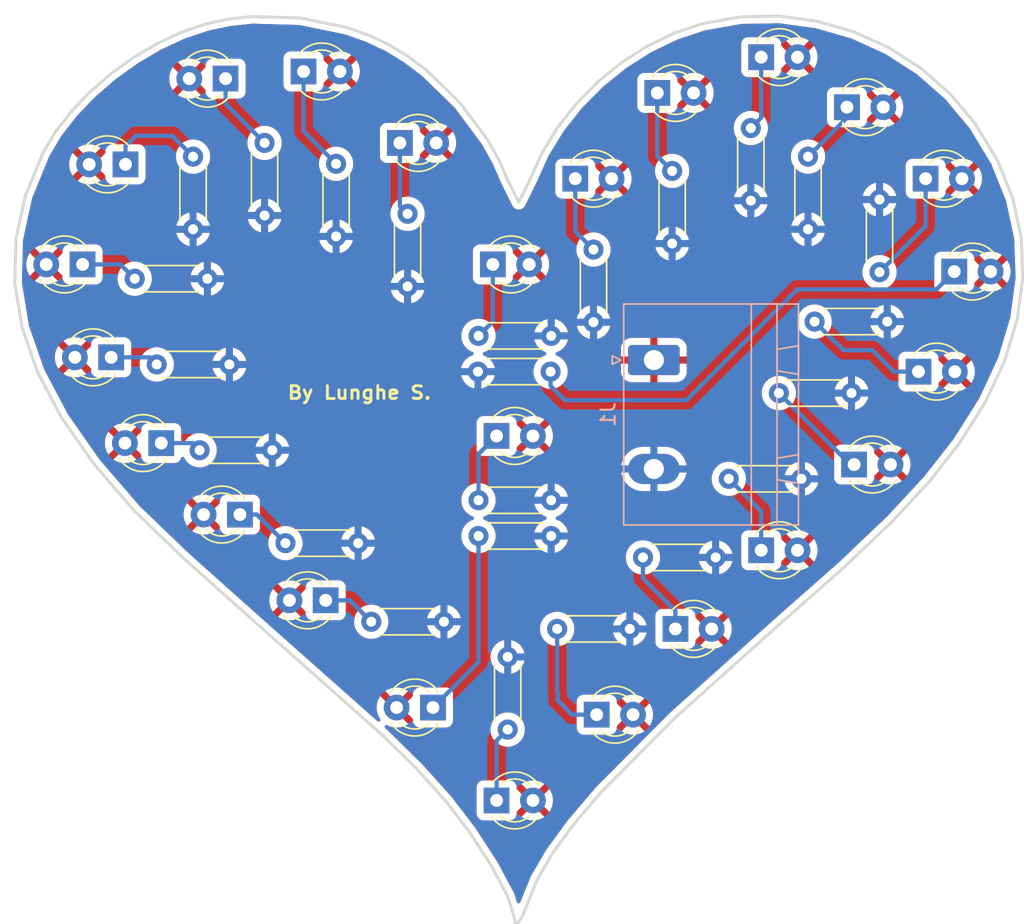
<source format=kicad_pcb>
(kicad_pcb (version 20240108) (generator "pcbnew") (generator_version "8.0")
  (layers (0 "F.Cu" signal) (31 "B.Cu" signal) (34 "B.Paste" user) (35 "F.Paste" user) (36 "B.SilkS" user "B.Silkscreen") (37 "F.SilkS" user "F.Silkscreen") (38 "B.Mask" user) (39 "F.Mask" user) (44 "Edge.Cuts" user))
  (net 0 "")
  (net 1 "VCC")
  (net 2 "Net-(D1-K)")
  (net 3 "Net-(D2-K)")
  (net 4 "Net-(D3-K)")
  (net 5 "Net-(D4-K)")
  (net 6 "Net-(D5-K)")
  (net 7 "Net-(D6-K)")
  (net 8 "Net-(D7-K)")
  (net 9 "Net-(D8-K)")
  (net 10 "Net-(D9-K)")
  (net 11 "Net-(D10-K)")
  (net 12 "Net-(D11-K)")
  (net 13 "Net-(D12-K)")
  (net 14 "Net-(D13-K)")
  (net 15 "Net-(D14-K)")
  (net 16 "Net-(D15-K)")
  (net 17 "Net-(D16-K)")
  (net 18 "Net-(D17-K)")
  (net 19 "Net-(D18-K)")
  (net 20 "Net-(D19-K)")
  (net 21 "Net-(D20-K)")
  (net 22 "Net-(D21-K)")
  (net 23 "Net-(D22-K)")
  (net 24 "Net-(D23-K)")
  (net 25 "Net-(D24-K)")
  (net 26 "GND")
  (footprint "LED_THT:LED_D3.0mm" (layer "F.Cu") (at 120.775 98.5 180)
    (property "Reference" "D7" (hide yes))
    (property "Value" "LED" (hide yes))
    (pad "1" thru_hole rect (at 0 0 180) (size 1.8 1.8) (drill 0.9) (layers "*.Cu" "*.Mask") (net 8 "Net-(D7-K)"))
    (pad "2" thru_hole circle (at 2.54 0 180) (size 1.8 1.8) (drill 0.9) (layers "*.Cu" "*.Mask") (net 1 "VCC"))
  )
  (footprint "LED_THT:LED_D3.0mm" (layer "F.Cu") (at 151.225 117.5)
    (property "Reference" "D13" (hide yes))
    (property "Value" "LED" (hide yes))
    (pad "1" thru_hole rect (at 0 0) (size 1.8 1.8) (drill 0.9) (layers "*.Cu" "*.Mask") (net 14 "Net-(D13-K)"))
    (pad "2" thru_hole circle (at 2.54 0) (size 1.8 1.8) (drill 0.9) (layers "*.Cu" "*.Mask") (net 1 "VCC"))
  )
  (footprint "Resistor_THT:R_Axial_DIN0204_L3.6mm_D1.6mm_P5.08mm_Horizontal" (layer "F.Cu") (at 156.5 79.46 -90)
    (property "Reference" "R22" (hide yes))
    (property "Value" "220R" (hide yes))
    (pad "1" thru_hole circle (at 0 0 270) (size 1.4 1.4) (drill 0.7) (layers "*.Cu" "*.Mask") (net 23 "Net-(D22-K)"))
    (pad "2" thru_hole oval (at 5.08 0 270) (size 1.4 1.4) (drill 0.7) (layers "*.Cu" "*.Mask") (net 26 "GND"))
  )
  (footprint "Resistor_THT:R_Axial_DIN0204_L3.6mm_D1.6mm_P5.08mm_Horizontal" (layer "F.Cu") (at 133 78.96 -90)
    (property "Reference" "R2" (hide yes))
    (property "Value" "220R" (hide yes))
    (pad "1" thru_hole circle (at 0 0 270) (size 1.4 1.4) (drill 0.7) (layers "*.Cu" "*.Mask") (net 3 "Net-(D2-K)"))
    (pad "2" thru_hole oval (at 5.08 0 270) (size 1.4 1.4) (drill 0.7) (layers "*.Cu" "*.Mask") (net 26 "GND"))
  )
  (footprint "LED_THT:LED_D3.0mm" (layer "F.Cu") (at 169.225 100)
    (property "Reference" "D16" (hide yes))
    (property "Value" "LED" (hide yes))
    (pad "1" thru_hole rect (at 0 0) (size 1.8 1.8) (drill 0.9) (layers "*.Cu" "*.Mask") (net 17 "Net-(D16-K)"))
    (pad "2" thru_hole circle (at 2.54 0) (size 1.8 1.8) (drill 0.9) (layers "*.Cu" "*.Mask") (net 1 "VCC"))
  )
  (footprint "Resistor_THT:R_Axial_DIN0204_L3.6mm_D1.6mm_P5.08mm_Horizontal" (layer "F.Cu") (at 154.46 106.5)
    (property "Reference" "R14" (hide yes))
    (property "Value" "220R" (hide yes))
    (pad "1" thru_hole circle (at 0 0) (size 1.4 1.4) (drill 0.7) (layers "*.Cu" "*.Mask") (net 15 "Net-(D14-K)"))
    (pad "2" thru_hole oval (at 5.08 0) (size 1.4 1.4) (drill 0.7) (layers "*.Cu" "*.Mask") (net 26 "GND"))
  )
  (footprint "LED_THT:LED_D3.0mm" (layer "F.Cu") (at 162.725 106)
    (property "Reference" "D15" (hide yes))
    (property "Value" "LED" (hide yes))
    (pad "1" thru_hole rect (at 0 0) (size 1.8 1.8) (drill 0.9) (layers "*.Cu" "*.Mask") (net 16 "Net-(D15-K)"))
    (pad "2" thru_hole circle (at 2.54 0) (size 1.8 1.8) (drill 0.9) (layers "*.Cu" "*.Mask") (net 1 "VCC"))
  )
  (footprint "Resistor_THT:R_Axial_DIN0204_L3.6mm_D1.6mm_P5.08mm_Horizontal" (layer "F.Cu") (at 138 82.46 -90)
    (property "Reference" "R1" (hide yes))
    (property "Value" "220R" (hide yes))
    (pad "1" thru_hole circle (at 0 0 270) (size 1.4 1.4) (drill 0.7) (layers "*.Cu" "*.Mask") (net 2 "Net-(D1-K)"))
    (pad "2" thru_hole oval (at 5.08 0 270) (size 1.4 1.4) (drill 0.7) (layers "*.Cu" "*.Mask") (net 26 "GND"))
  )
  (footprint "LED_THT:LED_D3.0mm" (layer "F.Cu") (at 130.725 72.5)
    (property "Reference" "D2" (hide yes))
    (property "Value" "LED" (hide yes))
    (pad "1" thru_hole rect (at 0 0) (size 1.8 1.8) (drill 0.9) (layers "*.Cu" "*.Mask") (net 3 "Net-(D2-K)"))
    (pad "2" thru_hole circle (at 2.54 0) (size 1.8 1.8) (drill 0.9) (layers "*.Cu" "*.Mask") (net 1 "VCC"))
  )
  (footprint "Resistor_THT:R_Axial_DIN0204_L3.6mm_D1.6mm_P5.08mm_Horizontal" (layer "F.Cu") (at 151 84.96 -90)
    (property "Reference" "R24" (hide yes))
    (property "Value" "220R" (hide yes))
    (pad "1" thru_hole circle (at 0 0 270) (size 1.4 1.4) (drill 0.7) (layers "*.Cu" "*.Mask") (net 25 "Net-(D24-K)"))
    (pad "2" thru_hole oval (at 5.08 0 270) (size 1.4 1.4) (drill 0.7) (layers "*.Cu" "*.Mask") (net 26 "GND"))
  )
  (footprint "Resistor_THT:R_Axial_DIN0204_L3.6mm_D1.6mm_P5.08mm_Horizontal" (layer "F.Cu") (at 166.46 90)
    (property "Reference" "R17" (hide yes))
    (property "Value" "220R" (hide yes))
    (pad "1" thru_hole circle (at 0 0) (size 1.4 1.4) (drill 0.7) (layers "*.Cu" "*.Mask") (net 18 "Net-(D17-K)"))
    (pad "2" thru_hole oval (at 5.08 0) (size 1.4 1.4) (drill 0.7) (layers "*.Cu" "*.Mask") (net 26 "GND"))
  )
  (footprint "LED_THT:LED_D3.0mm" (layer "F.Cu") (at 144.225 98)
    (property "Reference" "D12" (hide yes))
    (property "Value" "LED" (hide yes))
    (pad "1" thru_hole rect (at 0 0) (size 1.8 1.8) (drill 0.9) (layers "*.Cu" "*.Mask") (net 13 "Net-(D12-K)"))
    (pad "2" thru_hole circle (at 2.54 0) (size 1.8 1.8) (drill 0.9) (layers "*.Cu" "*.Mask") (net 1 "VCC"))
  )
  (footprint "LED_THT:LED_D3.0mm" (layer "F.Cu") (at 156.725 111.5)
    (property "Reference" "D14" (hide yes))
    (property "Value" "LED" (hide yes))
    (pad "1" thru_hole rect (at 0 0) (size 1.8 1.8) (drill 0.9) (layers "*.Cu" "*.Mask") (net 15 "Net-(D14-K)"))
    (pad "2" thru_hole circle (at 2.54 0) (size 1.8 1.8) (drill 0.9) (layers "*.Cu" "*.Mask") (net 1 "VCC"))
  )
  (footprint "LED_THT:LED_D3.0mm" (layer "F.Cu") (at 117.275 92.5 180)
    (property "Reference" "D6" (hide yes))
    (property "Value" "LED" (hide yes))
    (pad "1" thru_hole rect (at 0 0 180) (size 1.8 1.8) (drill 0.9) (layers "*.Cu" "*.Mask") (net 7 "Net-(D6-K)"))
    (pad "2" thru_hole circle (at 2.54 0 180) (size 1.8 1.8) (drill 0.9) (layers "*.Cu" "*.Mask") (net 1 "VCC"))
  )
  (footprint "Resistor_THT:R_Axial_DIN0204_L3.6mm_D1.6mm_P5.08mm_Horizontal" (layer "F.Cu") (at 135.46 111)
    (property "Reference" "R9" (hide yes))
    (property "Value" "220R" (hide yes))
    (pad "1" thru_hole circle (at 0 0) (size 1.4 1.4) (drill 0.7) (layers "*.Cu" "*.Mask") (net 10 "Net-(D9-K)"))
    (pad "2" thru_hole oval (at 5.08 0) (size 1.4 1.4) (drill 0.7) (layers "*.Cu" "*.Mask") (net 26 "GND"))
  )
  (footprint "Resistor_THT:R_Axial_DIN0204_L3.6mm_D1.6mm_P5.08mm_Horizontal" (layer "F.Cu") (at 142.96 105)
    (property "Reference" "R10" (hide yes))
    (property "Value" "220R" (hide yes))
    (pad "1" thru_hole circle (at 0 0) (size 1.4 1.4) (drill 0.7) (layers "*.Cu" "*.Mask") (net 11 "Net-(D10-K)"))
    (pad "2" thru_hole oval (at 5.08 0) (size 1.4 1.4) (drill 0.7) (layers "*.Cu" "*.Mask") (net 26 "GND"))
  )
  (footprint "LED_THT:LED_D3.0mm" (layer "F.Cu") (at 132.275 109.5 180)
    (property "Reference" "D9" (hide yes))
    (property "Value" "LED" (hide yes))
    (pad "1" thru_hole rect (at 0 0 180) (size 1.8 1.8) (drill 0.9) (layers "*.Cu" "*.Mask") (net 10 "Net-(D9-K)"))
    (pad "2" thru_hole circle (at 2.54 0 180) (size 1.8 1.8) (drill 0.9) (layers "*.Cu" "*.Mask") (net 1 "VCC"))
  )
  (footprint "LED_THT:LED_D3.0mm" (layer "F.Cu") (at 139.775 117 180)
    (property "Reference" "D10" (hide yes))
    (property "Value" "LED" (hide yes))
    (pad "1" thru_hole rect (at 0 0 180) (size 1.8 1.8) (drill 0.9) (layers "*.Cu" "*.Mask") (net 11 "Net-(D10-K)"))
    (pad "2" thru_hole circle (at 2.54 0 180) (size 1.8 1.8) (drill 0.9) (layers "*.Cu" "*.Mask") (net 1 "VCC"))
  )
  (footprint "LED_THT:LED_D3.0mm" (layer "F.Cu") (at 118.275 79 180)
    (property "Reference" "D4" (hide yes))
    (property "Value" "LED" (hide yes))
    (pad "1" thru_hole rect (at 0 0 180) (size 1.8 1.8) (drill 0.9) (layers "*.Cu" "*.Mask") (net 5 "Net-(D4-K)"))
    (pad "2" thru_hole circle (at 2.54 0 180) (size 1.8 1.8) (drill 0.9) (layers "*.Cu" "*.Mask") (net 1 "VCC"))
  )
  (footprint "Resistor_THT:R_Axial_DIN0204_L3.6mm_D1.6mm_P5.08mm_Horizontal" (layer "F.Cu") (at 163.96 95)
    (property "Reference" "R16" (hide yes))
    (property "Value" "220R" (hide yes))
    (pad "1" thru_hole circle (at 0 0) (size 1.4 1.4) (drill 0.7) (layers "*.Cu" "*.Mask") (net 17 "Net-(D16-K)"))
    (pad "2" thru_hole oval (at 5.08 0) (size 1.4 1.4) (drill 0.7) (layers "*.Cu" "*.Mask") (net 26 "GND"))
  )
  (footprint "LED_THT:LED_D3.0mm" (layer "F.Cu") (at 144.225 123.5)
    (property "Reference" "D11" (hide yes))
    (property "Value" "LED" (hide yes))
    (pad "1" thru_hole rect (at 0 0) (size 1.8 1.8) (drill 0.9) (layers "*.Cu" "*.Mask") (net 12 "Net-(D11-K)"))
    (pad "2" thru_hole circle (at 2.54 0) (size 1.8 1.8) (drill 0.9) (layers "*.Cu" "*.Mask") (net 1 "VCC"))
  )
  (footprint "LED_THT:LED_D3.0mm" (layer "F.Cu") (at 115.275 86 180)
    (property "Reference" "D5" (hide yes))
    (property "Value" "LED" (hide yes))
    (pad "1" thru_hole rect (at 0 0 180) (size 1.8 1.8) (drill 0.9) (layers "*.Cu" "*.Mask") (net 6 "Net-(D5-K)"))
    (pad "2" thru_hole circle (at 2.54 0 180) (size 1.8 1.8) (drill 0.9) (layers "*.Cu" "*.Mask") (net 1 "VCC"))
  )
  (footprint "Resistor_THT:R_Axial_DIN0204_L3.6mm_D1.6mm_P5.08mm_Horizontal" (layer "F.Cu") (at 142.96 102.5)
    (property "Reference" "R12" (hide yes))
    (property "Value" "220R" (hide yes))
    (pad "1" thru_hole circle (at 0 0) (size 1.4 1.4) (drill 0.7) (layers "*.Cu" "*.Mask") (net 13 "Net-(D12-K)"))
    (pad "2" thru_hole oval (at 5.08 0) (size 1.4 1.4) (drill 0.7) (layers "*.Cu" "*.Mask") (net 26 "GND"))
  )
  (footprint "LED_THT:LED_D3.0mm" (layer "F.Cu") (at 174.225 80)
    (property "Reference" "D19" (hide yes))
    (property "Value" "LED" (hide yes))
    (pad "1" thru_hole rect (at 0 0) (size 1.8 1.8) (drill 0.9) (layers "*.Cu" "*.Mask") (net 20 "Net-(D19-K)"))
    (pad "2" thru_hole circle (at 2.54 0) (size 1.8 1.8) (drill 0.9) (layers "*.Cu" "*.Mask") (net 1 "VCC"))
  )
  (footprint "Resistor_THT:R_Axial_DIN0204_L3.6mm_D1.6mm_P5.08mm_Horizontal" (layer "F.Cu") (at 118.92 87)
    (property "Reference" "R5" (hide yes))
    (property "Value" "220R" (hide yes))
    (pad "1" thru_hole circle (at 0 0) (size 1.4 1.4) (drill 0.7) (layers "*.Cu" "*.Mask") (net 6 "Net-(D5-K)"))
    (pad "2" thru_hole oval (at 5.08 0) (size 1.4 1.4) (drill 0.7) (layers "*.Cu" "*.Mask") (net 26 "GND"))
  )
  (footprint "Resistor_THT:R_Axial_DIN0204_L3.6mm_D1.6mm_P5.08mm_Horizontal" (layer "F.Cu") (at 128 77.5 -90)
    (property "Reference" "R3" (hide yes))
    (property "Value" "220R" (hide yes))
    (pad "1" thru_hole circle (at 0 0 270) (size 1.4 1.4) (drill 0.7) (layers "*.Cu" "*.Mask") (net 4 "Net-(D3-K)"))
    (pad "2" thru_hole oval (at 5.08 0 270) (size 1.4 1.4) (drill 0.7) (layers "*.Cu" "*.Mask") (net 26 "GND"))
  )
  (footprint "Resistor_THT:R_Axial_DIN0204_L3.6mm_D1.6mm_P5.08mm_Horizontal" (layer "F.Cu") (at 166 78.46 -90)
    (property "Reference" "R20" (hide yes))
    (property "Value" "220R" (hide yes))
    (pad "1" thru_hole circle (at 0 0 270) (size 1.4 1.4) (drill 0.7) (layers "*.Cu" "*.Mask") (net 21 "Net-(D20-K)"))
    (pad "2" thru_hole oval (at 5.08 0 270) (size 1.4 1.4) (drill 0.7) (layers "*.Cu" "*.Mask") (net 26 "GND"))
  )
  (footprint "Resistor_THT:R_Axial_DIN0204_L3.6mm_D1.6mm_P5.08mm_Horizontal" (layer "F.Cu") (at 142.96 91)
    (property "Reference" "R23" (hide yes))
    (property "Value" "220R" (hide yes))
    (pad "1" thru_hole circle (at 0 0) (size 1.4 1.4) (drill 0.7) (layers "*.Cu" "*.Mask") (net 24 "Net-(D23-K)"))
    (pad "2" thru_hole oval (at 5.08 0) (size 1.4 1.4) (drill 0.7) (layers "*.Cu" "*.Mask") (net 26 "GND"))
  )
  (footprint "Resistor_THT:R_Axial_DIN0204_L3.6mm_D1.6mm_P5.08mm_Horizontal" (layer "F.Cu") (at 123 78.46 -90)
    (property "Reference" "R4" (hide yes))
    (property "Value" "220R" (hide yes))
    (pad "1" thru_hole circle (at 0 0 270) (size 1.4 1.4) (drill 0.7) (layers "*.Cu" "*.Mask") (net 5 "Net-(D4-K)"))
    (pad "2" thru_hole oval (at 5.08 0 270) (size 1.4 1.4) (drill 0.7) (layers "*.Cu" "*.Mask") (net 26 "GND"))
  )
  (footprint "LED_THT:LED_D3.0mm" (layer "F.Cu") (at 168.725 75)
    (property "Reference" "D20" (hide yes))
    (property "Value" "LED" (hide yes))
    (pad "1" thru_hole rect (at 0 0) (size 1.8 1.8) (drill 0.9) (layers "*.Cu" "*.Mask") (net 21 "Net-(D20-K)"))
    (pad "2" thru_hole circle (at 2.54 0) (size 1.8 1.8) (drill 0.9) (layers "*.Cu" "*.Mask") (net 1 "VCC"))
  )
  (footprint "Resistor_THT:R_Axial_DIN0204_L3.6mm_D1.6mm_P5.08mm_Horizontal" (layer "F.Cu") (at 148.46 111.5)
    (property "Reference" "R13" (hide yes))
    (property "Value" "220R" (hide yes))
    (pad "1" thru_hole circle (at 0 0) (size 1.4 1.4) (drill 0.7) (layers "*.Cu" "*.Mask") (net 14 "Net-(D13-K)"))
    (pad "2" thru_hole oval (at 5.08 0) (size 1.4 1.4) (drill 0.7) (layers "*.Cu" "*.Mask") (net 26 "GND"))
  )
  (footprint "LED_THT:LED_D3.0mm" (layer "F.Cu") (at 176.225 86.5)
    (property "Reference" "D18" (hide yes))
    (property "Value" "LED" (hide yes))
    (pad "1" thru_hole rect (at 0 0) (size 1.8 1.8) (drill 0.9) (layers "*.Cu" "*.Mask") (net 19 "Net-(D18-K)"))
    (pad "2" thru_hole circle (at 2.54 0) (size 1.8 1.8) (drill 0.9) (layers "*.Cu" "*.Mask") (net 1 "VCC"))
  )
  (footprint "Resistor_THT:R_Axial_DIN0204_L3.6mm_D1.6mm_P5.08mm_Horizontal" (layer "F.Cu") (at 129.46 105.5)
    (property "Reference" "R8" (hide yes))
    (property "Value" "220R" (hide yes))
    (pad "1" thru_hole circle (at 0 0) (size 1.4 1.4) (drill 0.7) (layers "*.Cu" "*.Mask") (net 9 "Net-(D8-K)"))
    (pad "2" thru_hole oval (at 5.08 0) (size 1.4 1.4) (drill 0.7) (layers "*.Cu" "*.Mask") (net 26 "GND"))
  )
  (footprint "LED_THT:LED_D3.0mm" (layer "F.Cu") (at 173.725 93.5)
    (property "Reference" "D17" (hide yes))
    (property "Value" "LED" (hide yes))
    (pad "1" thru_hole rect (at 0 0) (size 1.8 1.8) (drill 0.9) (layers "*.Cu" "*.Mask") (net 18 "Net-(D17-K)"))
    (pad "2" thru_hole circle (at 2.54 0) (size 1.8 1.8) (drill 0.9) (layers "*.Cu" "*.Mask") (net 1 "VCC"))
  )
  (footprint "LED_THT:LED_D3.0mm" (layer "F.Cu") (at 155.46 74)
    (property "Reference" "D22" (hide yes))
    (property "Value" "LED" (hide yes))
    (pad "1" thru_hole rect (at 0 0) (size 1.8 1.8) (drill 0.9) (layers "*.Cu" "*.Mask") (net 23 "Net-(D22-K)"))
    (pad "2" thru_hole circle (at 2.54 0) (size 1.8 1.8) (drill 0.9) (layers "*.Cu" "*.Mask") (net 1 "VCC"))
  )
  (footprint "Resistor_THT:R_Axial_DIN0204_L3.6mm_D1.6mm_P5.08mm_Horizontal" (layer "F.Cu") (at 148 93.5 180)
    (property "Reference" "R18" (hide yes))
    (property "Value" "220R" (hide yes))
    (pad "1" thru_hole circle (at 0 0 180) (size 1.4 1.4) (drill 0.7) (layers "*.Cu" "*.Mask") (net 19 "Net-(D18-K)"))
    (pad "2" thru_hole oval (at 5.08 0 180) (size 1.4 1.4) (drill 0.7) (layers "*.Cu" "*.Mask") (net 26 "GND"))
  )
  (footprint "Resistor_THT:R_Axial_DIN0204_L3.6mm_D1.6mm_P5.08mm_Horizontal" (layer "F.Cu") (at 171 86.54 90)
    (property "Reference" "R19" (hide yes))
    (property "Value" "220R" (hide yes))
    (pad "1" thru_hole circle (at 0 0 90) (size 1.4 1.4) (drill 0.7) (layers "*.Cu" "*.Mask") (net 20 "Net-(D19-K)"))
    (pad "2" thru_hole oval (at 5.08 0 90) (size 1.4 1.4) (drill 0.7) (layers "*.Cu" "*.Mask") (net 26 "GND"))
  )
  (footprint "Resistor_THT:R_Axial_DIN0204_L3.6mm_D1.6mm_P5.08mm_Horizontal" (layer "F.Cu") (at 145 118.54 90)
    (property "Reference" "R11" (hide yes))
    (property "Value" "220R" (hide yes))
    (pad "1" thru_hole circle (at 0 0 90) (size 1.4 1.4) (drill 0.7) (layers "*.Cu" "*.Mask") (net 12 "Net-(D11-K)"))
    (pad "2" thru_hole oval (at 5.08 0 90) (size 1.4 1.4) (drill 0.7) (layers "*.Cu" "*.Mask") (net 26 "GND"))
  )
  (footprint "LED_THT:LED_D3.0mm" (layer "F.Cu") (at 149.725 80)
    (property "Reference" "D24" (hide yes))
    (property "Value" "LED" (hide yes))
    (pad "1" thru_hole rect (at 0 0) (size 1.8 1.8) (drill 0.9) (layers "*.Cu" "*.Mask") (net 25 "Net-(D24-K)"))
    (pad "2" thru_hole circle (at 2.54 0) (size 1.8 1.8) (drill 0.9) (layers "*.Cu" "*.Mask") (net 1 "VCC"))
  )
  (footprint "Resistor_THT:R_Axial_DIN0204_L3.6mm_D1.6mm_P5.08mm_Horizontal" (layer "F.Cu") (at 162 76.46 -90)
    (property "Reference" "R21" (hide yes))
    (property "Value" "220R" (hide yes))
    (pad "1" thru_hole circle (at 0 0 270) (size 1.4 1.4) (drill 0.7) (layers "*.Cu" "*.Mask") (net 22 "Net-(D21-K)"))
    (pad "2" thru_hole oval (at 5.08 0 270) (size 1.4 1.4) (drill 0.7) (layers "*.Cu" "*.Mask") (net 26 "GND"))
  )
  (footprint "LED_THT:LED_D3.0mm" (layer "F.Cu") (at 137.46 77.5)
    (property "Reference" "D1" (hide yes))
    (property "Value" "LED" (hide yes))
    (pad "1" thru_hole rect (at 0 0) (size 1.8 1.8) (drill 0.9) (layers "*.Cu" "*.Mask") (net 2 "Net-(D1-K)"))
    (pad "2" thru_hole circle (at 2.54 0) (size 1.8 1.8) (drill 0.9) (layers "*.Cu" "*.Mask") (net 1 "VCC"))
  )
  (footprint "Resistor_THT:R_Axial_DIN0204_L3.6mm_D1.6mm_P5.08mm_Horizontal" (layer "F.Cu") (at 120.46 93)
    (property "Reference" "R6" (hide yes))
    (property "Value" "220R" (hide yes))
    (pad "1" thru_hole circle (at 0 0) (size 1.4 1.4) (drill 0.7) (layers "*.Cu" "*.Mask") (net 7 "Net-(D6-K)"))
    (pad "2" thru_hole oval (at 5.08 0) (size 1.4 1.4) (drill 0.7) (layers "*.Cu" "*.Mask") (net 26 "GND"))
  )
  (footprint "LED_THT:LED_D3.0mm" (layer "F.Cu") (at 143.96 86)
    (property "Reference" "D23" (hide yes))
    (property "Value" "LED" (hide yes))
    (pad "1" thru_hole rect (at 0 0) (size 1.8 1.8) (drill 0.9) (layers "*.Cu" "*.Mask") (net 24 "Net-(D23-K)"))
    (pad "2" thru_hole circle (at 2.54 0) (size 1.8 1.8) (drill 0.9) (layers "*.Cu" "*.Mask") (net 1 "VCC"))
  )
  (footprint "Resistor_THT:R_Axial_DIN0204_L3.6mm_D1.6mm_P5.08mm_Horizontal" (layer "F.Cu") (at 160.46 101)
    (property "Reference" "R15" (hide yes))
    (property "Value" "220R" (hide yes))
    (pad "1" thru_hole circle (at 0 0) (size 1.4 1.4) (drill 0.7) (layers "*.Cu" "*.Mask") (net 16 "Net-(D15-K)"))
    (pad "2" thru_hole oval (at 5.08 0) (size 1.4 1.4) (drill 0.7) (layers "*.Cu" "*.Mask") (net 26 "GND"))
  )
  (footprint "LED_THT:LED_D3.0mm" (layer "F.Cu") (at 126.275 103.5 180)
    (property "Reference" "D8" (hide yes))
    (property "Value" "LED" (hide yes))
    (pad "1" thru_hole rect (at 0 0 180) (size 1.8 1.8) (drill 0.9) (layers "*.Cu" "*.Mask") (net 9 "Net-(D8-K)"))
    (pad "2" thru_hole circle (at 2.54 0 180) (size 1.8 1.8) (drill 0.9) (layers "*.Cu" "*.Mask") (net 1 "VCC"))
  )
  (footprint "Resistor_THT:R_Axial_DIN0204_L3.6mm_D1.6mm_P5.08mm_Horizontal" (layer "F.Cu") (at 123.46 99)
    (property "Reference" "R7" (hide yes))
    (property "Value" "220R" (hide yes))
    (pad "1" thru_hole circle (at 0 0) (size 1.4 1.4) (drill 0.7) (layers "*.Cu" "*.Mask") (net 8 "Net-(D7-K)"))
    (pad "2" thru_hole oval (at 5.08 0) (size 1.4 1.4) (drill 0.7) (layers "*.Cu" "*.Mask") (net 26 "GND"))
  )
  (footprint "LED_THT:LED_D3.0mm" (layer "F.Cu") (at 162.725 71.5)
    (property "Reference" "D21" (hide yes))
    (property "Value" "LED" (hide yes))
    (pad "1" thru_hole rect (at 0 0) (size 1.8 1.8) (drill 0.9) (layers "*.Cu" "*.Mask") (net 22 "Net-(D21-K)"))
    (pad "2" thru_hole circle (at 2.54 0) (size 1.8 1.8) (drill 0.9) (layers "*.Cu" "*.Mask") (net 1 "VCC"))
  )
  (footprint "LED_THT:LED_D3.0mm" (layer "F.Cu") (at 125.275 73 180)
    (property "Reference" "D3" (hide yes))
    (property "Value" "LED" (hide yes))
    (pad "1" thru_hole rect (at 0 0 180) (size 1.8 1.8) (drill 0.9) (layers "*.Cu" "*.Mask") (net 4 "Net-(D3-K)"))
    (pad "2" thru_hole circle (at 2.54 0 180) (size 1.8 1.8) (drill 0.9) (layers "*.Cu" "*.Mask") (net 1 "VCC"))
  )
  (footprint "Connector_Phoenix_GMSTB:PhoenixContact_GMSTBA_2,5_2-G-7,62_1x02_P7.62mm_Horizontal" (layer "B.Cu") (at 155.2225 92.69 -90)
    (property "Reference" "J1" (at 3.81 3.2 90) (layer "B.SilkS") (effects (justify mirror)))
    (property "Value" "Conn_01x02_Pin" (hide yes))
    (pad "1" thru_hole roundrect (at 0 0 270) (size 2.1 3.6) (drill 1.4) (layers "*.Cu" "*.Mask") (roundrect_rratio 0.119048) (net 1 "VCC"))
    (pad "2" thru_hole oval (at 7.62 0 270) (size 2.1 3.6) (drill 1.4) (layers "*.Cu" "*.Mask") (net 26 "GND"))
  )
  (gr_line (start 156.692006 69.799657) (end 154.793899 70.711803) (stroke (width 0.2)) (layer "Edge.Cuts"))
  (gr_line (start 171.917798 103.953274) (end 174.523907 101.14256) (stroke (width 0.2)) (layer "Edge.Cuts"))
  (gr_line (start 177.701285 76.171213) (end 175.943035 74.073891) (stroke (width 0.2)) (layer "Edge.Cuts"))
  (gr_line (start 113.3786 76.726254) (end 112.502972 78.195806) (stroke (width 0.2)) (layer "Edge.Cuts"))
  (gr_line (start 146.411993 130.635197) (end 147.081075 129.001905) (stroke (width 0.2)) (layer "Edge.Cuts"))
  (gr_line (start 133.761512 69.425017) (end 130.48411 68.753526) (stroke (width 0.2)) (layer "Edge.Cuts"))
  (gr_line (start 149.825133 74.71566) (end 148.509093 76.383911) (stroke (width 0.2)) (layer "Edge.Cuts"))
  (gr_line (start 166.639328 68.984457) (end 163.992966 68.628301) (stroke (width 0.2)) (layer "Edge.Cuts"))
  (gr_line (start 144.982625 130.17615) (end 145.420334 131.536545) (stroke (width 0.2)) (layer "Edge.Cuts"))
  (gr_line (start 118.927765 103.281144) (end 122.433716 106.645014) (stroke (width 0.2)) (layer "Edge.Cuts"))
  (gr_line (start 156.688681 117.730104) (end 163.941179 111.233113) (stroke (width 0.2)) (layer "Edge.Cuts"))
  (gr_line (start 141.672641 74.702025) (end 139.317677 72.413008) (stroke (width 0.2)) (layer "Edge.Cuts"))
  (gr_line (start 148.509093 76.383911) (end 147.412343 78.174556) (stroke (width 0.2)) (layer "Edge.Cuts"))
  (gr_line (start 158.661856 69.14317) (end 156.692006 69.799657) (stroke (width 0.2)) (layer "Edge.Cuts"))
  (gr_line (start 149.593395 125.200896) (end 151.488821 122.975417) (stroke (width 0.2)) (layer "Edge.Cuts"))
  (gr_line (start 179.768062 92.693576) (end 180.632591 89.809455) (stroke (width 0.2)) (layer "Edge.Cuts"))
  (gr_line (start 145.420334 131.536545) (end 145.51059 132.048371) (stroke (width 0.2)) (layer "Edge.Cuts"))
  (gr_line (start 114.489051 75.293413) (end 113.3786 76.726254) (stroke (width 0.2)) (layer "Edge.Cuts"))
  (gr_line (start 143.617302 77.315884) (end 141.672641 74.702025) (stroke (width 0.2)) (layer "Edge.Cuts"))
  (gr_line (start 178.421702 95.594308) (end 179.768062 92.693576) (stroke (width 0.2)) (layer "Edge.Cuts"))
  (gr_line (start 116.06959 99.964479) (end 118.927765 103.281144) (stroke (width 0.2)) (layer "Edge.Cuts"))
  (gr_line (start 168.486652 107.219734) (end 171.917798 103.953274) (stroke (width 0.2)) (layer "Edge.Cuts"))
  (gr_line (start 147.412343 78.174556) (end 146.564393 80.060943) (stroke (width 0.2)) (layer "Edge.Cuts"))
  (gr_line (start 127.130311 68.655917) (end 125.499847 68.831041) (stroke (width 0.2)) (layer "Edge.Cuts"))
  (gr_line (start 154.793899 70.711803) (end 152.997045 71.852953) (stroke (width 0.2)) (layer "Edge.Cuts"))
  (gr_line (start 146.062974 131.546169) (end 146.411993 130.635197) (stroke (width 0.2)) (layer "Edge.Cuts"))
  (gr_line (start 138.039403 71.450829) (end 136.72224 70.642476) (stroke (width 0.2)) (layer "Edge.Cuts"))
  (gr_line (start 145.773112 81.655147) (end 144.981831 80.060943) (stroke (width 0.2)) (layer "Edge.Cuts"))
  (gr_line (start 127.595167 111.256396) (end 136.261644 118.95141) (stroke (width 0.2)) (layer "Edge.Cuts"))
  (gr_line (start 122.433716 106.645014) (end 127.595167 111.256396) (stroke (width 0.2)) (layer "Edge.Cuts"))
  (gr_line (start 148.132844 127.200099) (end 149.593395 125.200896) (stroke (width 0.2)) (layer "Edge.Cuts"))
  (gr_line (start 181.014532 86.95718) (end 180.913128 84.151984) (stroke (width 0.2)) (layer "Edge.Cuts"))
  (gr_line (start 112.502972 78.195806) (end 111.268156 81.217642) (stroke (width 0.2)) (layer "Edge.Cuts"))
  (gr_line (start 163.992966 68.628301) (end 161.317326 68.675123) (stroke (width 0.2)) (layer "Edge.Cuts"))
  (gr_line (start 130.48411 68.753526) (end 127.130311 68.655917) (stroke (width 0.2)) (layer "Edge.Cuts"))
  (gr_line (start 180.632591 89.809455) (end 181.014532 86.95718) (stroke (width 0.2)) (layer "Edge.Cuts"))
  (gr_line (start 180.327623 81.409101) (end 179.257261 78.743766) (stroke (width 0.2)) (layer "Edge.Cuts"))
  (gr_line (start 169.206964 69.725342) (end 166.639328 68.984457) (stroke (width 0.2)) (layer "Edge.Cuts"))
  (gr_line (start 111.268156 81.217642) (end 110.610698 84.252811) (stroke (width 0.2)) (layer "Edge.Cuts"))
  (gr_line (start 173.908265 72.288307) (end 171.646426 70.832708) (stroke (width 0.2)) (layer "Edge.Cuts"))
  (gr_line (start 135.296477 69.967245) (end 133.761512 69.425017) (stroke (width 0.2)) (layer "Edge.Cuts"))
  (gr_line (start 144.981831 80.060943) (end 144.382697 78.684116) (stroke (width 0.2)) (layer "Edge.Cuts"))
  (gr_line (start 139.317677 72.413008) (end 138.039403 71.450829) (stroke (width 0.2)) (layer "Edge.Cuts"))
  (gr_line (start 145.743655 132.034403) (end 146.062974 131.546169) (stroke (width 0.2)) (layer "Edge.Cuts"))
  (gr_line (start 163.941179 111.233113) (end 168.486652 107.219734) (stroke (width 0.2)) (layer "Edge.Cuts"))
  (gr_line (start 115.796063 73.927512) (end 114.489051 75.293413) (stroke (width 0.2)) (layer "Edge.Cuts"))
  (gr_line (start 179.257261 78.743766) (end 177.701285 76.171213) (stroke (width 0.2)) (layer "Edge.Cuts"))
  (gr_line (start 113.803482 96.718718) (end 116.06959 99.964479) (stroke (width 0.2)) (layer "Edge.Cuts"))
  (gr_line (start 125.499847 68.831041) (end 123.940387 69.160103) (stroke (width 0.2)) (layer "Edge.Cuts"))
  (gr_line (start 176.594268 98.496416) (end 178.421702 95.594308) (stroke (width 0.2)) (layer "Edge.Cuts"))
  (gr_line (start 151.330953 73.196457) (end 149.825133 74.71566) (stroke (width 0.2)) (layer "Edge.Cuts"))
  (gr_line (start 136.72224 70.642476) (end 135.296477 69.967245) (stroke (width 0.2)) (layer "Edge.Cuts"))
  (gr_line (start 136.261644 118.95141) (end 138.687582 121.345114) (stroke (width 0.2)) (layer "Edge.Cuts"))
  (gr_line (start 151.488821 122.975417) (end 156.688681 117.730104) (stroke (width 0.2)) (layer "Edge.Cuts"))
  (gr_line (start 152.997045 71.852953) (end 151.330953 73.196457) (stroke (width 0.2)) (layer "Edge.Cuts"))
  (gr_line (start 140.676528 123.554237) (end 142.328279 125.709771) (stroke (width 0.2)) (layer "Edge.Cuts"))
  (gr_line (start 143.857792 128.075484) (end 144.982625 130.17615) (stroke (width 0.2)) (layer "Edge.Cuts"))
  (gr_line (start 112.126991 93.534266) (end 113.803482 96.718718) (stroke (width 0.2)) (layer "Edge.Cuts"))
  (gr_line (start 138.687582 121.345114) (end 140.676528 123.554237) (stroke (width 0.2)) (layer "Edge.Cuts"))
  (gr_line (start 146.564393 80.060943) (end 145.773112 81.655147) (stroke (width 0.2)) (layer "Edge.Cuts"))
  (gr_line (start 110.610698 84.252811) (end 110.53305 87.310908) (stroke (width 0.2)) (layer "Edge.Cuts"))
  (gr_line (start 118.846723 71.517443) (end 117.261374 72.658779) (stroke (width 0.2)) (layer "Edge.Cuts"))
  (gr_line (start 175.943035 74.073891) (end 173.908265 72.288307) (stroke (width 0.2)) (layer "Edge.Cuts"))
  (gr_line (start 122.224491 69.737876) (end 120.513849 70.533732) (stroke (width 0.2)) (layer "Edge.Cuts"))
  (gr_line (start 111.037664 90.401528) (end 112.126991 93.534266) (stroke (width 0.2)) (layer "Edge.Cuts"))
  (gr_line (start 147.081075 129.001905) (end 148.132844 127.200099) (stroke (width 0.2)) (layer "Edge.Cuts"))
  (gr_line (start 123.940387 69.160103) (end 122.224491 69.737876) (stroke (width 0.2)) (layer "Edge.Cuts"))
  (gr_line (start 110.53305 87.310908) (end 111.037664 90.401528) (stroke (width 0.2)) (layer "Edge.Cuts"))
  (gr_line (start 161.317326 68.675123) (end 158.661856 69.14317) (stroke (width 0.2)) (layer "Edge.Cuts"))
  (gr_line (start 142.328279 125.709771) (end 143.857792 128.075484) (stroke (width 0.2)) (layer "Edge.Cuts"))
  (gr_line (start 174.523907 101.14256) (end 176.594268 98.496416) (stroke (width 0.2)) (layer "Edge.Cuts"))
  (gr_line (start 120.513849 70.533732) (end 118.846723 71.517443) (stroke (width 0.2)) (layer "Edge.Cuts"))
  (gr_line (start 180.913128 84.151984) (end 180.327623 81.409101) (stroke (width 0.2)) (layer "Edge.Cuts"))
  (gr_line (start 145.51059 132.048371) (end 145.743655 132.034403) (stroke (width 0.2)) (layer "Edge.Cuts"))
  (gr_line (start 117.261374 72.658779) (end 115.796063 73.927512) (stroke (width 0.2)) (layer "Edge.Cuts"))
  (gr_line (start 171.646426 70.832708) (end 169.206964 69.725342) (stroke (width 0.2)) (layer "Edge.Cuts"))
  (gr_line (start 144.382697 78.684116) (end 143.617302 77.315884) (stroke (width 0.2)) (layer "Edge.Cuts"))
  (gr_text "By Lunghe S." (at 129.5 95.5 0) (layer "F.SilkS") (effects (font (size 0.9 1) (thickness 0.2) (bold yes)) (justify left bottom)))
  (segment (start 137.46 77.5) (end 137.46 81.92) (width 0.3) (layer "B.Cu") (net 2))
  (segment (start 137.46 81.92) (end 138 82.46) (width 0.3) (layer "B.Cu") (net 2))
  (segment (start 130.725 76.685) (end 133 78.96) (width 0.3) (layer "B.Cu") (net 3))
  (segment (start 130.725 72.5) (end 130.725 76.685) (width 0.3) (layer "B.Cu") (net 3))
  (segment (start 125.275 73) (end 125.275 74.775) (width 0.3) (layer "B.Cu") (net 4))
  (segment (start 125.275 74.775) (end 128 77.5) (width 0.3) (layer "B.Cu") (net 4))
  (segment (start 121.54 77) (end 123 78.46) (width 0.3) (layer "B.Cu") (net 5))
  (segment (start 118.275 77.725) (end 119 77) (width 0.3) (layer "B.Cu") (net 5))
  (segment (start 118.275 79) (end 118.275 77.725) (width 0.3) (layer "B.Cu") (net 5))
  (segment (start 119 77) (end 121.54 77) (width 0.3) (layer "B.Cu") (net 5))
  (segment (start 115.275 86) (end 117.92 86) (width 0.3) (layer "B.Cu") (net 6))
  (segment (start 117.92 86) (end 118.92 87) (width 0.3) (layer "B.Cu") (net 6))
  (segment (start 119.96 92.5) (end 120.46 93) (width 0.3) (layer "B.Cu") (net 7))
  (segment (start 117.275 92.5) (end 119.96 92.5) (width 0.3) (layer "B.Cu") (net 7))
  (segment (start 120.775 98.5) (end 122.96 98.5) (width 0.3) (layer "B.Cu") (net 8))
  (segment (start 122.96 98.5) (end 123.46 99) (width 0.3) (layer "B.Cu") (net 8))
  (segment (start 126.275 103.5) (end 127.46 103.5) (width 0.3) (layer "B.Cu") (net 9))
  (segment (start 127.46 103.5) (end 129.46 105.5) (width 0.3) (layer "B.Cu") (net 9))
  (segment (start 132.275 109.5) (end 133.96 109.5) (width 0.3) (layer "B.Cu") (net 10))
  (segment (start 133.96 109.5) (end 135.46 111) (width 0.3) (layer "B.Cu") (net 10))
  (segment (start 142.96 113.815) (end 142.96 105) (width 0.3) (layer "B.Cu") (net 11))
  (segment (start 139.775 117) (end 142.96 113.815) (width 0.3) (layer "B.Cu") (net 11))
  (segment (start 144.225 123.5) (end 144.225 119.315) (width 0.3) (layer "B.Cu") (net 12))
  (segment (start 144.225 119.315) (end 145 118.54) (width 0.3) (layer "B.Cu") (net 12))
  (segment (start 142.96 99.265) (end 144.225 98) (width 0.3) (layer "B.Cu") (net 13))
  (segment (start 142.96 102.5) (end 142.96 99.265) (width 0.3) (layer "B.Cu") (net 13))
  (segment (start 149.5 117.5) (end 148.5 116.5) (width 0.3) (layer "B.Cu") (net 14))
  (segment (start 148.5 116) (end 148.46 115.96) (width 0.3) (layer "B.Cu") (net 14))
  (segment (start 148.46 115.96) (end 148.46 111.5) (width 0.3) (layer "B.Cu") (net 14))
  (segment (start 148.5 116.5) (end 148.5 116) (width 0.3) (layer "B.Cu") (net 14))
  (segment (start 151.225 117.5) (end 149.5 117.5) (width 0.3) (layer "B.Cu") (net 14))
  (segment (start 156.725 110.225) (end 154.46 107.96) (width 0.3) (layer "B.Cu") (net 15))
  (segment (start 154.46 107.96) (end 154.46 106.5) (width 0.3) (layer "B.Cu") (net 15))
  (segment (start 156.725 111.5) (end 156.725 110.225) (width 0.3) (layer "B.Cu") (net 15))
  (segment (start 162.725 103.265) (end 160.46 101) (width 0.3) (layer "B.Cu") (net 16))
  (segment (start 162.725 106) (end 162.725 103.265) (width 0.3) (layer "B.Cu") (net 16))
  (segment (start 169.225 100) (end 168.96 100) (width 0.3) (layer "B.Cu") (net 17))
  (segment (start 168.96 100) (end 163.96 95) (width 0.3) (layer "B.Cu") (net 17))
  (segment (start 168.5 92) (end 168 91.5) (width 0.3) (layer "B.Cu") (net 18))
  (segment (start 172 93.5) (end 170.5 92) (width 0.3) (layer "B.Cu") (net 18))
  (segment (start 173.725 93.5) (end 172 93.5) (width 0.3) (layer "B.Cu") (net 18))
  (segment (start 170.5 92) (end 168.5 92) (width 0.3) (layer "B.Cu") (net 18))
  (segment (start 167.96 91.5) (end 166.46 90) (width 0.3) (layer "B.Cu") (net 18))
  (segment (start 168 91.5) (end 167.96 91.5) (width 0.3) (layer "B.Cu") (net 18))
  (segment (start 174.975 87.75) (end 165.25 87.75) (width 0.3) (layer "B.Cu") (net 19))
  (segment (start 176.225 86.5) (end 174.975 87.75) (width 0.3) (layer "B.Cu") (net 19))
  (segment (start 157.5 95.5) (end 149 95.5) (width 0.3) (layer "B.Cu") (net 19))
  (segment (start 148 94.5) (end 148 93.5) (width 0.3) (layer "B.Cu") (net 19))
  (segment (start 149 95.5) (end 148 94.5) (width 0.3) (layer "B.Cu") (net 19))
  (segment (start 165.25 87.75) (end 157.5 95.5) (width 0.3) (layer "B.Cu") (net 19))
  (segment (start 174.225 83.315) (end 171 86.54) (width 0.3) (layer "B.Cu") (net 20))
  (segment (start 174.225 80) (end 174.225 83.315) (width 0.3) (layer "B.Cu") (net 20))
  (segment (start 168.725 75.735) (end 166 78.46) (width 0.3) (layer "B.Cu") (net 21))
  (segment (start 168.725 75) (end 168.725 75.735) (width 0.3) (layer "B.Cu") (net 21))
  (segment (start 162.725 75.735) (end 162 76.46) (width 0.3) (layer "B.Cu") (net 22))
  (segment (start 162.725 71.5) (end 162.725 75.735) (width 0.3) (layer "B.Cu") (net 22))
  (segment (start 155.46 78.42) (end 156.5 79.46) (width 0.3) (layer "B.Cu") (net 23))
  (segment (start 155.46 74) (end 155.46 78.42) (width 0.3) (layer "B.Cu") (net 23))
  (segment (start 143.96 86) (end 143.96 90) (width 0.3) (layer "B.Cu") (net 24))
  (segment (start 143.96 90) (end 142.96 91) (width 0.3) (layer "B.Cu") (net 24))
  (segment (start 149.725 83.685) (end 151 84.96) (width 0.3) (layer "B.Cu") (net 25))
  (segment (start 149.725 80) (end 149.725 83.685) (width 0.3) (layer "B.Cu") (net 25))
  (zone (net 1) (net_name "VCC") (layer "F.Cu") (priority 1) (connect_pads (clearance 0.5)) (min_thickness 0.25) (fill yes (thermal_gap 0.5) (thermal_bridge_width 0.5))
    (polygon (pts (xy 109.5 67.5) (xy 181 67.5) (xy 181 131.5) (xy 109.5 131.5)))
  )
  (zone (net 26) (net_name "GND") (layer "B.Cu") (connect_pads (clearance 0.5)) (min_thickness 0.25) (fill yes (thermal_gap 0.5) (thermal_bridge_width 0.5))
    (polygon (pts (xy 109.5 67.5) (xy 181 67.5) (xy 181 131.5) (xy 109.5 131.5)))
  )
)
</source>
